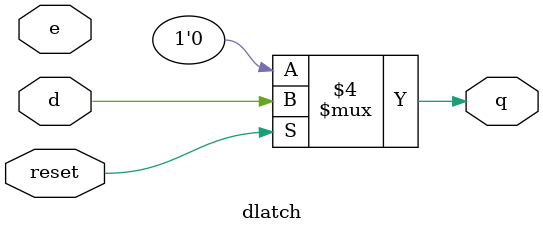
<source format=v>
module dlatch(input d, input e,input reset,output reg q);
always@(e or reset)
if(!reset) begin
q=0;
end
else
begin
q<=d;
end
endmodule

</source>
